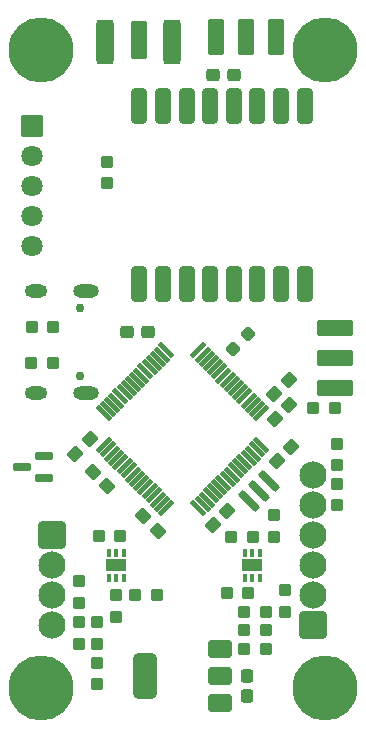
<source format=gbr>
%TF.GenerationSoftware,KiCad,Pcbnew,9.0.3*%
%TF.CreationDate,2025-07-16T21:05:16-05:00*%
%TF.ProjectId,Flight Computer,466c6967-6874-4204-936f-6d7075746572,rev?*%
%TF.SameCoordinates,Original*%
%TF.FileFunction,Soldermask,Bot*%
%TF.FilePolarity,Negative*%
%FSLAX46Y46*%
G04 Gerber Fmt 4.6, Leading zero omitted, Abs format (unit mm)*
G04 Created by KiCad (PCBNEW 9.0.3) date 2025-07-16 21:05:16*
%MOMM*%
%LPD*%
G01*
G04 APERTURE LIST*
G04 Aperture macros list*
%AMRoundRect*
0 Rectangle with rounded corners*
0 $1 Rounding radius*
0 $2 $3 $4 $5 $6 $7 $8 $9 X,Y pos of 4 corners*
0 Add a 4 corners polygon primitive as box body*
4,1,4,$2,$3,$4,$5,$6,$7,$8,$9,$2,$3,0*
0 Add four circle primitives for the rounded corners*
1,1,$1+$1,$2,$3*
1,1,$1+$1,$4,$5*
1,1,$1+$1,$6,$7*
1,1,$1+$1,$8,$9*
0 Add four rect primitives between the rounded corners*
20,1,$1+$1,$2,$3,$4,$5,0*
20,1,$1+$1,$4,$5,$6,$7,0*
20,1,$1+$1,$6,$7,$8,$9,0*
20,1,$1+$1,$8,$9,$2,$3,0*%
G04 Aperture macros list end*
%ADD10C,3.201600*%
%ADD11C,5.501600*%
%ADD12RoundRect,0.261545X-0.889255X0.889255X-0.889255X-0.889255X0.889255X-0.889255X0.889255X0.889255X0*%
%ADD13C,2.301600*%
%ADD14RoundRect,0.050800X-0.850000X-0.850000X0.850000X-0.850000X0.850000X0.850000X-0.850000X0.850000X0*%
%ADD15C,1.801600*%
%ADD16C,0.751600*%
%ADD17O,2.201600X1.101600*%
%ADD18O,1.901600X1.101600*%
%ADD19RoundRect,0.261545X0.889255X-0.889255X0.889255X0.889255X-0.889255X0.889255X-0.889255X-0.889255X0*%
%ADD20RoundRect,0.202740X-0.473060X-1.348060X0.473060X-1.348060X0.473060X1.348060X-0.473060X1.348060X0*%
%ADD21RoundRect,0.262900X-0.044194X-0.415991X0.415991X0.044194X0.044194X0.415991X-0.415991X-0.044194X0*%
%ADD22RoundRect,0.202740X1.348060X-0.473060X1.348060X0.473060X-1.348060X0.473060X-1.348060X-0.473060X0*%
%ADD23RoundRect,0.262900X-0.262900X0.275400X-0.262900X-0.275400X0.262900X-0.275400X0.262900X0.275400X0*%
%ADD24RoundRect,0.262900X0.262900X-0.275400X0.262900X0.275400X-0.262900X0.275400X-0.262900X-0.275400X0*%
%ADD25RoundRect,0.050800X0.149600X0.314900X-0.149600X0.314900X-0.149600X-0.314900X0.149600X-0.314900X0*%
%ADD26RoundRect,0.050800X-0.355600X0.495300X-0.355600X-0.495300X0.355600X-0.495300X0.355600X0.495300X0*%
%ADD27RoundRect,0.262900X0.044194X0.415991X-0.415991X-0.044194X-0.044194X-0.415991X0.415991X0.044194X0*%
%ADD28RoundRect,0.262900X0.275400X0.262900X-0.275400X0.262900X-0.275400X-0.262900X0.275400X-0.262900X0*%
%ADD29RoundRect,0.262900X-0.275400X-0.262900X0.275400X-0.262900X0.275400X0.262900X-0.275400X0.262900X0*%
%ADD30RoundRect,0.262900X-0.262900X0.325400X-0.262900X-0.325400X0.262900X-0.325400X0.262900X0.325400X0*%
%ADD31RoundRect,0.102000X0.530330X-0.813173X0.813173X-0.530330X-0.530330X0.813173X-0.813173X0.530330X0*%
%ADD32RoundRect,0.262900X0.325400X0.262900X-0.325400X0.262900X-0.325400X-0.262900X0.325400X-0.262900X0*%
%ADD33RoundRect,0.262900X-0.415991X0.044194X0.044194X-0.415991X0.415991X-0.044194X-0.044194X0.415991X0*%
%ADD34RoundRect,0.175400X0.612900X0.175400X-0.612900X0.175400X-0.612900X-0.175400X0.612900X-0.175400X0*%
%ADD35RoundRect,0.342900X0.342900X-1.182900X0.342900X1.182900X-0.342900X1.182900X-0.342900X-1.182900X0*%
%ADD36RoundRect,0.262900X0.008839X0.380636X-0.380636X-0.008839X-0.008839X-0.380636X0.380636X0.008839X0*%
%ADD37RoundRect,0.100400X0.583929X-0.441942X-0.441942X0.583929X-0.583929X0.441942X0.441942X-0.583929X0*%
%ADD38RoundRect,0.100400X0.583929X0.441942X0.441942X0.583929X-0.583929X-0.441942X-0.441942X-0.583929X0*%
%ADD39RoundRect,0.050800X-0.149600X-0.314900X0.149600X-0.314900X0.149600X0.314900X-0.149600X0.314900X0*%
%ADD40RoundRect,0.050800X0.355600X-0.495300X0.355600X0.495300X-0.355600X0.495300X-0.355600X-0.495300X0*%
%ADD41RoundRect,0.270000X-0.415800X-1.380800X0.415800X-1.380800X0.415800X1.380800X-0.415800X1.380800X0*%
%ADD42RoundRect,0.268815X-0.456985X-1.631985X0.456985X-1.631985X0.456985X1.631985X-0.456985X1.631985X0*%
%ADD43RoundRect,0.400400X0.650400X0.400400X-0.650400X0.400400X-0.650400X-0.400400X0.650400X-0.400400X0*%
%ADD44RoundRect,0.525400X0.525400X1.425400X-0.525400X1.425400X-0.525400X-1.425400X0.525400X-1.425400X0*%
G04 APERTURE END LIST*
D10*
%TO.C,H504*%
X124700000Y-109500000D03*
D11*
X124700000Y-109500000D03*
%TD*%
D10*
%TO.C,H501*%
X100700000Y-55500000D03*
D11*
X100700000Y-55500000D03*
%TD*%
D12*
%TO.C,J504*%
X101640000Y-96580000D03*
D13*
X101640000Y-99120000D03*
X101640000Y-101659999D03*
X101640000Y-104200000D03*
%TD*%
D14*
%TO.C,J507*%
X99920000Y-61950000D03*
D15*
X99920000Y-64490000D03*
X99920000Y-67030000D03*
X99920000Y-69570000D03*
X99920000Y-72110000D03*
%TD*%
D16*
%TO.C,J502*%
X103955000Y-77320000D03*
X103955000Y-83100000D03*
D17*
X104455000Y-75890000D03*
D18*
X100275000Y-75890000D03*
D17*
X104455000Y-84530000D03*
D18*
X100275000Y-84530000D03*
%TD*%
D19*
%TO.C,J503*%
X123700000Y-104200000D03*
D13*
X123700000Y-101660000D03*
X123700000Y-99120001D03*
X123700000Y-96580000D03*
X123700000Y-94040000D03*
X123700000Y-91500000D03*
%TD*%
D10*
%TO.C,H503*%
X100700000Y-109500000D03*
D11*
X100700000Y-109500000D03*
%TD*%
D20*
%TO.C,J506*%
X120550000Y-54350000D03*
X118010000Y-54350000D03*
X115470000Y-54350000D03*
%TD*%
D10*
%TO.C,H502*%
X124700000Y-55500000D03*
D11*
X124700000Y-55500000D03*
%TD*%
D21*
%TO.C,C302*%
X120420000Y-84610000D03*
X121639760Y-83390240D03*
%TD*%
%TO.C,C303*%
X120650120Y-90279880D03*
X121869880Y-89060120D03*
%TD*%
D22*
%TO.C,J501*%
X125560000Y-84120000D03*
X125560000Y-81580000D03*
X125560000Y-79040001D03*
%TD*%
D23*
%TO.C,R709*%
X125730000Y-88820000D03*
X125730000Y-90645000D03*
%TD*%
D24*
%TO.C,R401*%
X106230000Y-66772500D03*
X106230000Y-64947500D03*
%TD*%
D25*
%TO.C,U701*%
X117916002Y-98080101D03*
X118566001Y-98080100D03*
X119216000Y-98080101D03*
X119216000Y-100159899D03*
X118566001Y-100159900D03*
X117916002Y-100159899D03*
D26*
X118122002Y-99120000D03*
X119010000Y-99120000D03*
%TD*%
D21*
%TO.C,C308*%
X120490120Y-86749880D03*
X121709880Y-85530120D03*
%TD*%
D27*
%TO.C,C304*%
X116470000Y-94490000D03*
X115250240Y-95709760D03*
%TD*%
D23*
%TO.C,R723*%
X105460000Y-107357500D03*
X105460000Y-109182500D03*
%TD*%
D28*
%TO.C,R501*%
X101690000Y-81960000D03*
X99865000Y-81960000D03*
%TD*%
D23*
%TO.C,R722*%
X105460000Y-103930000D03*
X105460000Y-105755000D03*
%TD*%
D29*
%TO.C,R704*%
X116797500Y-96680000D03*
X118622500Y-96680000D03*
%TD*%
%TO.C,R703*%
X117885000Y-103060000D03*
X119710000Y-103060000D03*
%TD*%
D30*
%TO.C,C201*%
X118150000Y-108497499D03*
X118150000Y-110222501D03*
%TD*%
D24*
%TO.C,R716*%
X103910000Y-102282500D03*
X103910000Y-100457500D03*
%TD*%
D28*
%TO.C,R502*%
X101712500Y-78960000D03*
X99887500Y-78960000D03*
%TD*%
D24*
%TO.C,R707*%
X120450000Y-96680000D03*
X120450000Y-94855000D03*
%TD*%
D23*
%TO.C,R717*%
X107040000Y-101627500D03*
X107040000Y-103452500D03*
%TD*%
%TO.C,R711*%
X125730000Y-92215000D03*
X125730000Y-94040000D03*
%TD*%
D31*
%TO.C,Y301*%
X118302944Y-93697056D03*
X119151472Y-92848528D03*
X120000000Y-92000000D03*
%TD*%
D32*
%TO.C,C601*%
X116987500Y-57580000D03*
X115262500Y-57580000D03*
%TD*%
D29*
%TO.C,R701*%
X116417500Y-101490000D03*
X118242500Y-101490000D03*
%TD*%
D33*
%TO.C,C309*%
X105050000Y-91220000D03*
X106269760Y-92439760D03*
%TD*%
D29*
%TO.C,R719*%
X117887500Y-106180000D03*
X119712500Y-106180000D03*
%TD*%
D28*
%TO.C,R715*%
X110465000Y-101620000D03*
X108640000Y-101620000D03*
%TD*%
D34*
%TO.C,D501*%
X100920000Y-89830000D03*
X100920000Y-91730000D03*
X99044999Y-90780000D03*
%TD*%
D35*
%TO.C,U601*%
X123010000Y-75290000D03*
X121009999Y-75290000D03*
X119010000Y-75290000D03*
X117010000Y-75290000D03*
X115010000Y-75290000D03*
X113010000Y-75290000D03*
X111010001Y-75290000D03*
X109010000Y-75290000D03*
X109010000Y-60240000D03*
X111010001Y-60240000D03*
X113010000Y-60240000D03*
X115010000Y-60240000D03*
X117010000Y-60240000D03*
X119010000Y-60240000D03*
X121009999Y-60240000D03*
X123010000Y-60240000D03*
%TD*%
D28*
%TO.C,R302*%
X125570000Y-85810000D03*
X123745000Y-85810000D03*
%TD*%
D29*
%TO.C,R713*%
X105577500Y-96610000D03*
X107402500Y-96610000D03*
%TD*%
D24*
%TO.C,R706*%
X121330000Y-103062500D03*
X121330000Y-101237500D03*
%TD*%
%TO.C,R714*%
X103910000Y-105755000D03*
X103910000Y-103930000D03*
%TD*%
D36*
%TO.C,R303*%
X118245235Y-79534765D03*
X116954765Y-80825235D03*
%TD*%
D27*
%TO.C,C306*%
X104789880Y-88450120D03*
X103570120Y-89669880D03*
%TD*%
D33*
%TO.C,C305*%
X109340240Y-94970240D03*
X110560000Y-96190000D03*
%TD*%
D37*
%TO.C,U302*%
X119315533Y-88954467D03*
X118961980Y-89308020D03*
X118608427Y-89661573D03*
X118254873Y-90015127D03*
X117901320Y-90368680D03*
X117547766Y-90722234D03*
X117194213Y-91075787D03*
X116840660Y-91429340D03*
X116487106Y-91782894D03*
X116133553Y-92136447D03*
X115780000Y-92490000D03*
X115426446Y-92843554D03*
X115072893Y-93197107D03*
X114719339Y-93550661D03*
X114365786Y-93904214D03*
X114012233Y-94257767D03*
D38*
X111289871Y-94257767D03*
X110936318Y-93904214D03*
X110582765Y-93550661D03*
X110229211Y-93197107D03*
X109875658Y-92843554D03*
X109522104Y-92490000D03*
X109168551Y-92136447D03*
X108814998Y-91782894D03*
X108461444Y-91429340D03*
X108107891Y-91075787D03*
X107754338Y-90722234D03*
X107400784Y-90368680D03*
X107047231Y-90015127D03*
X106693677Y-89661573D03*
X106340124Y-89308020D03*
X105986571Y-88954467D03*
D37*
X105986571Y-86232105D03*
X106340124Y-85878552D03*
X106693677Y-85524999D03*
X107047231Y-85171445D03*
X107400784Y-84817892D03*
X107754338Y-84464338D03*
X108107891Y-84110785D03*
X108461444Y-83757232D03*
X108814998Y-83403678D03*
X109168551Y-83050125D03*
X109522104Y-82696572D03*
X109875658Y-82343018D03*
X110229211Y-81989465D03*
X110582765Y-81635911D03*
X110936318Y-81282358D03*
X111289871Y-80928805D03*
D38*
X114012233Y-80928805D03*
X114365786Y-81282358D03*
X114719339Y-81635911D03*
X115072893Y-81989465D03*
X115426446Y-82343018D03*
X115780000Y-82696572D03*
X116133553Y-83050125D03*
X116487106Y-83403678D03*
X116840660Y-83757232D03*
X117194213Y-84110785D03*
X117547766Y-84464338D03*
X117901320Y-84817892D03*
X118254873Y-85171445D03*
X118608427Y-85524999D03*
X118961980Y-85878552D03*
X119315533Y-86232105D03*
%TD*%
D39*
%TO.C,U703*%
X107703998Y-100159899D03*
X107053999Y-100159900D03*
X106404000Y-100159899D03*
X106404000Y-98080101D03*
X107053999Y-98080100D03*
X107703998Y-98080101D03*
D40*
X107497998Y-99120000D03*
X106610000Y-99120000D03*
%TD*%
D41*
%TO.C,J601*%
X108965000Y-54600000D03*
D42*
X106140000Y-54850000D03*
X111790000Y-54850000D03*
%TD*%
D28*
%TO.C,R718*%
X119712500Y-104620000D03*
X117887500Y-104620000D03*
%TD*%
D43*
%TO.C,U201*%
X115820000Y-106200000D03*
X115819999Y-108500000D03*
D44*
X109520001Y-108500000D03*
D43*
X115820000Y-110800000D03*
%TD*%
D32*
%TO.C,C307*%
X109705002Y-79350000D03*
X107980000Y-79350000D03*
%TD*%
M02*

</source>
